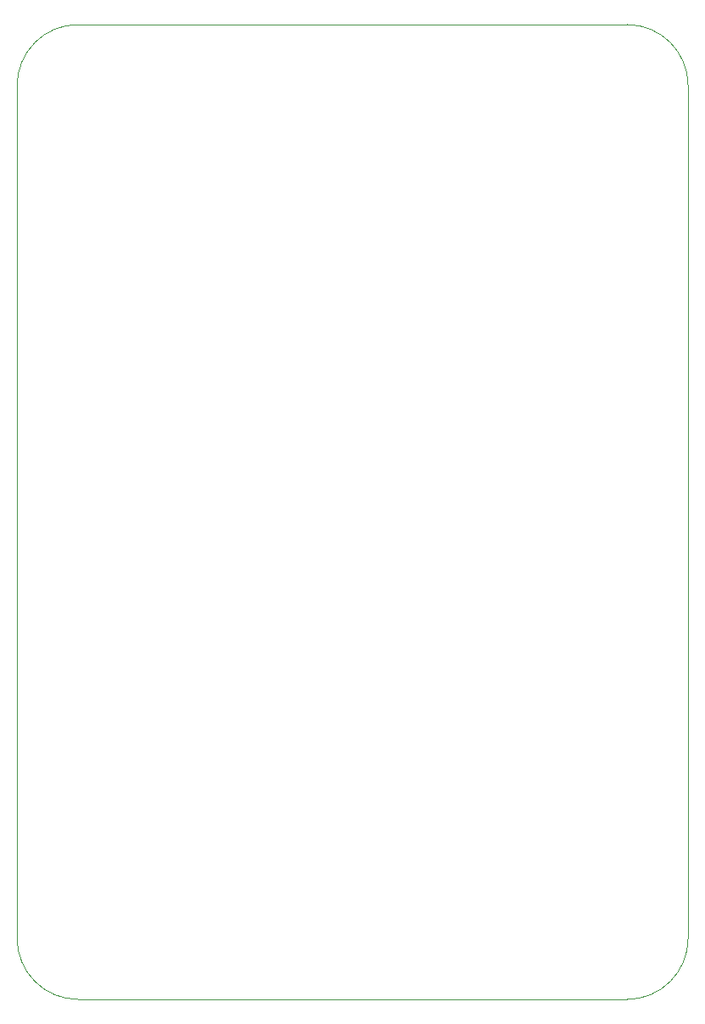
<source format=gbr>
%TF.GenerationSoftware,KiCad,Pcbnew,(5.1.12)-1*%
%TF.CreationDate,2022-02-14T10:56:51+02:00*%
%TF.ProjectId,ATMEGA32A_PU_V1,41544d45-4741-4333-9241-5f50555f5631,V01*%
%TF.SameCoordinates,Original*%
%TF.FileFunction,Profile,NP*%
%FSLAX46Y46*%
G04 Gerber Fmt 4.6, Leading zero omitted, Abs format (unit mm)*
G04 Created by KiCad (PCBNEW (5.1.12)-1) date 2022-02-14 10:56:51*
%MOMM*%
%LPD*%
G01*
G04 APERTURE LIST*
%TA.AperFunction,Profile*%
%ADD10C,0.050000*%
%TD*%
G04 APERTURE END LIST*
D10*
X110744000Y-56134000D02*
G75*
G02*
X116840000Y-50038000I6096000J0D01*
G01*
X171704000Y-50038000D02*
G75*
G02*
X177800000Y-56134000I0J-6096000D01*
G01*
X177800000Y-141224000D02*
G75*
G02*
X171704000Y-147320000I-6096000J0D01*
G01*
X116840000Y-147320000D02*
G75*
G02*
X110744000Y-141224000I0J6096000D01*
G01*
X110744000Y-141224000D02*
X110744000Y-141224000D01*
X110744000Y-56134000D02*
X110744000Y-141224000D01*
X171704000Y-147320000D02*
X116840000Y-147320000D01*
X177800000Y-56134000D02*
X177800000Y-141224000D01*
X171704000Y-50038000D02*
X116840000Y-50038000D01*
M02*

</source>
